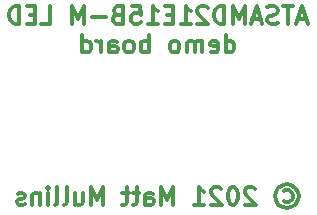
<source format=gbr>
%TF.GenerationSoftware,KiCad,Pcbnew,(5.99.0-9795-gc3c3649211)*%
%TF.CreationDate,2021-03-25T09:38:18-07:00*%
%TF.ProjectId,smd-challenge,736d642d-6368-4616-9c6c-656e67652e6b,rev?*%
%TF.SameCoordinates,Original*%
%TF.FileFunction,Legend,Bot*%
%TF.FilePolarity,Positive*%
%FSLAX46Y46*%
G04 Gerber Fmt 4.6, Leading zero omitted, Abs format (unit mm)*
G04 Created by KiCad (PCBNEW (5.99.0-9795-gc3c3649211)) date 2021-03-25 09:38:18*
%MOMM*%
%LPD*%
G01*
G04 APERTURE LIST*
%ADD10C,0.300000*%
G04 APERTURE END LIST*
D10*
X151295357Y-67353714D02*
X151438214Y-67282285D01*
X151723928Y-67282285D01*
X151866785Y-67353714D01*
X152009642Y-67496571D01*
X152081071Y-67639428D01*
X152081071Y-67925142D01*
X152009642Y-68068000D01*
X151866785Y-68210857D01*
X151723928Y-68282285D01*
X151438214Y-68282285D01*
X151295357Y-68210857D01*
X151581071Y-66782285D02*
X151938214Y-66853714D01*
X152295357Y-67068000D01*
X152509642Y-67425142D01*
X152581071Y-67782285D01*
X152509642Y-68139428D01*
X152295357Y-68496571D01*
X151938214Y-68710857D01*
X151581071Y-68782285D01*
X151223928Y-68710857D01*
X150866785Y-68496571D01*
X150652500Y-68139428D01*
X150581071Y-67782285D01*
X150652500Y-67425142D01*
X150866785Y-67068000D01*
X151223928Y-66853714D01*
X151581071Y-66782285D01*
X148866785Y-67139428D02*
X148795357Y-67068000D01*
X148652500Y-66996571D01*
X148295357Y-66996571D01*
X148152500Y-67068000D01*
X148081071Y-67139428D01*
X148009642Y-67282285D01*
X148009642Y-67425142D01*
X148081071Y-67639428D01*
X148938214Y-68496571D01*
X148009642Y-68496571D01*
X147081071Y-66996571D02*
X146938214Y-66996571D01*
X146795357Y-67068000D01*
X146723928Y-67139428D01*
X146652500Y-67282285D01*
X146581071Y-67568000D01*
X146581071Y-67925142D01*
X146652500Y-68210857D01*
X146723928Y-68353714D01*
X146795357Y-68425142D01*
X146938214Y-68496571D01*
X147081071Y-68496571D01*
X147223928Y-68425142D01*
X147295357Y-68353714D01*
X147366785Y-68210857D01*
X147438214Y-67925142D01*
X147438214Y-67568000D01*
X147366785Y-67282285D01*
X147295357Y-67139428D01*
X147223928Y-67068000D01*
X147081071Y-66996571D01*
X146009642Y-67139428D02*
X145938214Y-67068000D01*
X145795357Y-66996571D01*
X145438214Y-66996571D01*
X145295357Y-67068000D01*
X145223928Y-67139428D01*
X145152500Y-67282285D01*
X145152500Y-67425142D01*
X145223928Y-67639428D01*
X146081071Y-68496571D01*
X145152500Y-68496571D01*
X143723928Y-68496571D02*
X144581071Y-68496571D01*
X144152500Y-68496571D02*
X144152500Y-66996571D01*
X144295357Y-67210857D01*
X144438214Y-67353714D01*
X144581071Y-67425142D01*
X141938214Y-68496571D02*
X141938214Y-66996571D01*
X141438214Y-68068000D01*
X140938214Y-66996571D01*
X140938214Y-68496571D01*
X139581071Y-68496571D02*
X139581071Y-67710857D01*
X139652500Y-67568000D01*
X139795357Y-67496571D01*
X140081071Y-67496571D01*
X140223928Y-67568000D01*
X139581071Y-68425142D02*
X139723928Y-68496571D01*
X140081071Y-68496571D01*
X140223928Y-68425142D01*
X140295357Y-68282285D01*
X140295357Y-68139428D01*
X140223928Y-67996571D01*
X140081071Y-67925142D01*
X139723928Y-67925142D01*
X139581071Y-67853714D01*
X139081071Y-67496571D02*
X138509642Y-67496571D01*
X138866785Y-66996571D02*
X138866785Y-68282285D01*
X138795357Y-68425142D01*
X138652500Y-68496571D01*
X138509642Y-68496571D01*
X138223928Y-67496571D02*
X137652500Y-67496571D01*
X138009642Y-66996571D02*
X138009642Y-68282285D01*
X137938214Y-68425142D01*
X137795357Y-68496571D01*
X137652500Y-68496571D01*
X136009642Y-68496571D02*
X136009642Y-66996571D01*
X135509642Y-68068000D01*
X135009642Y-66996571D01*
X135009642Y-68496571D01*
X133652500Y-67496571D02*
X133652500Y-68496571D01*
X134295357Y-67496571D02*
X134295357Y-68282285D01*
X134223928Y-68425142D01*
X134081071Y-68496571D01*
X133866785Y-68496571D01*
X133723928Y-68425142D01*
X133652500Y-68353714D01*
X132723928Y-68496571D02*
X132866785Y-68425142D01*
X132938214Y-68282285D01*
X132938214Y-66996571D01*
X131938214Y-68496571D02*
X132081071Y-68425142D01*
X132152500Y-68282285D01*
X132152500Y-66996571D01*
X131366785Y-68496571D02*
X131366785Y-67496571D01*
X131366785Y-66996571D02*
X131438214Y-67068000D01*
X131366785Y-67139428D01*
X131295357Y-67068000D01*
X131366785Y-66996571D01*
X131366785Y-67139428D01*
X130652500Y-67496571D02*
X130652500Y-68496571D01*
X130652500Y-67639428D02*
X130581071Y-67568000D01*
X130438214Y-67496571D01*
X130223928Y-67496571D01*
X130081071Y-67568000D01*
X130009642Y-67710857D01*
X130009642Y-68496571D01*
X129366785Y-68425142D02*
X129223928Y-68496571D01*
X128938214Y-68496571D01*
X128795357Y-68425142D01*
X128723928Y-68282285D01*
X128723928Y-68210857D01*
X128795357Y-68068000D01*
X128938214Y-67996571D01*
X129152500Y-67996571D01*
X129295357Y-67925142D01*
X129366785Y-67782285D01*
X129366785Y-67710857D01*
X129295357Y-67568000D01*
X129152500Y-67496571D01*
X128938214Y-67496571D01*
X128795357Y-67568000D01*
X153223928Y-52763500D02*
X152509642Y-52763500D01*
X153366785Y-53192071D02*
X152866785Y-51692071D01*
X152366785Y-53192071D01*
X152081071Y-51692071D02*
X151223928Y-51692071D01*
X151652500Y-53192071D02*
X151652500Y-51692071D01*
X150795357Y-53120642D02*
X150581071Y-53192071D01*
X150223928Y-53192071D01*
X150081071Y-53120642D01*
X150009642Y-53049214D01*
X149938214Y-52906357D01*
X149938214Y-52763500D01*
X150009642Y-52620642D01*
X150081071Y-52549214D01*
X150223928Y-52477785D01*
X150509642Y-52406357D01*
X150652500Y-52334928D01*
X150723928Y-52263500D01*
X150795357Y-52120642D01*
X150795357Y-51977785D01*
X150723928Y-51834928D01*
X150652500Y-51763500D01*
X150509642Y-51692071D01*
X150152500Y-51692071D01*
X149938214Y-51763500D01*
X149366785Y-52763500D02*
X148652500Y-52763500D01*
X149509642Y-53192071D02*
X149009642Y-51692071D01*
X148509642Y-53192071D01*
X148009642Y-53192071D02*
X148009642Y-51692071D01*
X147509642Y-52763500D01*
X147009642Y-51692071D01*
X147009642Y-53192071D01*
X146295357Y-53192071D02*
X146295357Y-51692071D01*
X145938214Y-51692071D01*
X145723928Y-51763500D01*
X145581071Y-51906357D01*
X145509642Y-52049214D01*
X145438214Y-52334928D01*
X145438214Y-52549214D01*
X145509642Y-52834928D01*
X145581071Y-52977785D01*
X145723928Y-53120642D01*
X145938214Y-53192071D01*
X146295357Y-53192071D01*
X144866785Y-51834928D02*
X144795357Y-51763500D01*
X144652500Y-51692071D01*
X144295357Y-51692071D01*
X144152500Y-51763500D01*
X144081071Y-51834928D01*
X144009642Y-51977785D01*
X144009642Y-52120642D01*
X144081071Y-52334928D01*
X144938214Y-53192071D01*
X144009642Y-53192071D01*
X142581071Y-53192071D02*
X143438214Y-53192071D01*
X143009642Y-53192071D02*
X143009642Y-51692071D01*
X143152500Y-51906357D01*
X143295357Y-52049214D01*
X143438214Y-52120642D01*
X141938214Y-52406357D02*
X141438214Y-52406357D01*
X141223928Y-53192071D02*
X141938214Y-53192071D01*
X141938214Y-51692071D01*
X141223928Y-51692071D01*
X139795357Y-53192071D02*
X140652500Y-53192071D01*
X140223928Y-53192071D02*
X140223928Y-51692071D01*
X140366785Y-51906357D01*
X140509642Y-52049214D01*
X140652500Y-52120642D01*
X138438214Y-51692071D02*
X139152500Y-51692071D01*
X139223928Y-52406357D01*
X139152500Y-52334928D01*
X139009642Y-52263500D01*
X138652500Y-52263500D01*
X138509642Y-52334928D01*
X138438214Y-52406357D01*
X138366785Y-52549214D01*
X138366785Y-52906357D01*
X138438214Y-53049214D01*
X138509642Y-53120642D01*
X138652500Y-53192071D01*
X139009642Y-53192071D01*
X139152500Y-53120642D01*
X139223928Y-53049214D01*
X137223928Y-52406357D02*
X137009642Y-52477785D01*
X136938214Y-52549214D01*
X136866785Y-52692071D01*
X136866785Y-52906357D01*
X136938214Y-53049214D01*
X137009642Y-53120642D01*
X137152500Y-53192071D01*
X137723928Y-53192071D01*
X137723928Y-51692071D01*
X137223928Y-51692071D01*
X137081071Y-51763500D01*
X137009642Y-51834928D01*
X136938214Y-51977785D01*
X136938214Y-52120642D01*
X137009642Y-52263500D01*
X137081071Y-52334928D01*
X137223928Y-52406357D01*
X137723928Y-52406357D01*
X136223928Y-52620642D02*
X135081071Y-52620642D01*
X134366785Y-53192071D02*
X134366785Y-51692071D01*
X133866785Y-52763500D01*
X133366785Y-51692071D01*
X133366785Y-53192071D01*
X130795357Y-53192071D02*
X131509642Y-53192071D01*
X131509642Y-51692071D01*
X130295357Y-52406357D02*
X129795357Y-52406357D01*
X129581071Y-53192071D02*
X130295357Y-53192071D01*
X130295357Y-51692071D01*
X129581071Y-51692071D01*
X128938214Y-53192071D02*
X128938214Y-51692071D01*
X128581071Y-51692071D01*
X128366785Y-51763500D01*
X128223928Y-51906357D01*
X128152500Y-52049214D01*
X128081071Y-52334928D01*
X128081071Y-52549214D01*
X128152500Y-52834928D01*
X128223928Y-52977785D01*
X128366785Y-53120642D01*
X128581071Y-53192071D01*
X128938214Y-53192071D01*
X146402500Y-55607071D02*
X146402500Y-54107071D01*
X146402500Y-55535642D02*
X146545357Y-55607071D01*
X146831071Y-55607071D01*
X146973928Y-55535642D01*
X147045357Y-55464214D01*
X147116785Y-55321357D01*
X147116785Y-54892785D01*
X147045357Y-54749928D01*
X146973928Y-54678500D01*
X146831071Y-54607071D01*
X146545357Y-54607071D01*
X146402500Y-54678500D01*
X145116785Y-55535642D02*
X145259642Y-55607071D01*
X145545357Y-55607071D01*
X145688214Y-55535642D01*
X145759642Y-55392785D01*
X145759642Y-54821357D01*
X145688214Y-54678500D01*
X145545357Y-54607071D01*
X145259642Y-54607071D01*
X145116785Y-54678500D01*
X145045357Y-54821357D01*
X145045357Y-54964214D01*
X145759642Y-55107071D01*
X144402500Y-55607071D02*
X144402500Y-54607071D01*
X144402500Y-54749928D02*
X144331071Y-54678500D01*
X144188214Y-54607071D01*
X143973928Y-54607071D01*
X143831071Y-54678500D01*
X143759642Y-54821357D01*
X143759642Y-55607071D01*
X143759642Y-54821357D02*
X143688214Y-54678500D01*
X143545357Y-54607071D01*
X143331071Y-54607071D01*
X143188214Y-54678500D01*
X143116785Y-54821357D01*
X143116785Y-55607071D01*
X142188214Y-55607071D02*
X142331071Y-55535642D01*
X142402500Y-55464214D01*
X142473928Y-55321357D01*
X142473928Y-54892785D01*
X142402500Y-54749928D01*
X142331071Y-54678500D01*
X142188214Y-54607071D01*
X141973928Y-54607071D01*
X141831071Y-54678500D01*
X141759642Y-54749928D01*
X141688214Y-54892785D01*
X141688214Y-55321357D01*
X141759642Y-55464214D01*
X141831071Y-55535642D01*
X141973928Y-55607071D01*
X142188214Y-55607071D01*
X139902500Y-55607071D02*
X139902500Y-54107071D01*
X139902500Y-54678500D02*
X139759642Y-54607071D01*
X139473928Y-54607071D01*
X139331071Y-54678500D01*
X139259642Y-54749928D01*
X139188214Y-54892785D01*
X139188214Y-55321357D01*
X139259642Y-55464214D01*
X139331071Y-55535642D01*
X139473928Y-55607071D01*
X139759642Y-55607071D01*
X139902500Y-55535642D01*
X138331071Y-55607071D02*
X138473928Y-55535642D01*
X138545357Y-55464214D01*
X138616785Y-55321357D01*
X138616785Y-54892785D01*
X138545357Y-54749928D01*
X138473928Y-54678500D01*
X138331071Y-54607071D01*
X138116785Y-54607071D01*
X137973928Y-54678500D01*
X137902500Y-54749928D01*
X137831071Y-54892785D01*
X137831071Y-55321357D01*
X137902500Y-55464214D01*
X137973928Y-55535642D01*
X138116785Y-55607071D01*
X138331071Y-55607071D01*
X136545357Y-55607071D02*
X136545357Y-54821357D01*
X136616785Y-54678500D01*
X136759642Y-54607071D01*
X137045357Y-54607071D01*
X137188214Y-54678500D01*
X136545357Y-55535642D02*
X136688214Y-55607071D01*
X137045357Y-55607071D01*
X137188214Y-55535642D01*
X137259642Y-55392785D01*
X137259642Y-55249928D01*
X137188214Y-55107071D01*
X137045357Y-55035642D01*
X136688214Y-55035642D01*
X136545357Y-54964214D01*
X135831071Y-55607071D02*
X135831071Y-54607071D01*
X135831071Y-54892785D02*
X135759642Y-54749928D01*
X135688214Y-54678500D01*
X135545357Y-54607071D01*
X135402500Y-54607071D01*
X134259642Y-55607071D02*
X134259642Y-54107071D01*
X134259642Y-55535642D02*
X134402500Y-55607071D01*
X134688214Y-55607071D01*
X134831071Y-55535642D01*
X134902500Y-55464214D01*
X134973928Y-55321357D01*
X134973928Y-54892785D01*
X134902500Y-54749928D01*
X134831071Y-54678500D01*
X134688214Y-54607071D01*
X134402500Y-54607071D01*
X134259642Y-54678500D01*
M02*

</source>
